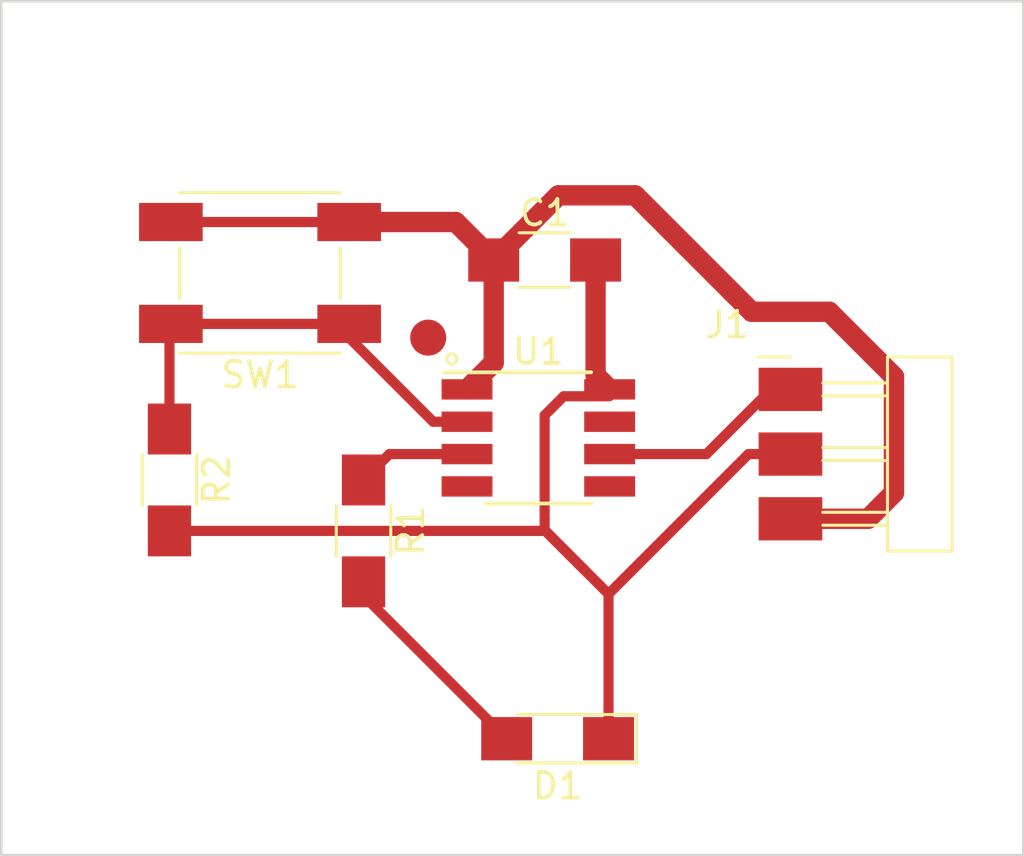
<source format=kicad_pcb>
(kicad_pcb (version 20221018) (generator pcbnew)
  (layers (0 "F.Cu" signal) (31 "B.Cu" signal) (34 "B.Paste" user) (35 "F.Paste" user) (36 "B.SilkS" user "B.Silkscreen") (37 "F.SilkS" user "F.Silkscreen") (38 "B.Mask" user) (39 "F.Mask" user) (44 "Edge.Cuts" user))
  (net 0 "")
  (net 1 "5V")
  (net 2 "GND")
  (net 3 "Net-(D1-A)")
  (net 4 "UPDI")
  (net 5 "LED")
  (net 6 "Button")
  (footprint "fab:SOIC-8_3.9x4.9mm_P1.27mm" (layer "F.Cu") (at 148.596 71.501)
    (fp_text reference "U1" (at 0 -3.4) (layer "F.SilkS"))
    (fp_text value "ATtiny412")
    (fp_line (start -3.69 -2.575) (end 2.075 -2.575) (stroke (width 0.15)) (layer "F.SilkS"))
    (fp_line (start -2.075 2.575) (end 2.075 2.575) (stroke (width 0.15)) (layer "F.SilkS"))
    (fp_circle (center -3.4 -3.1) (end -3.2 -3.1) (stroke (width 0.12)) (fill none) (layer "F.SilkS"))
    (pad "1" smd rect (at -2.8 -1.905) (size 2 0.8) (layers "F.Cu" "F.Paste" "F.Mask") (net 1 "5V"))
    (pad "2" smd rect (at -2.8 -0.635) (size 2 0.8) (layers "F.Cu" "F.Paste" "F.Mask") (net 6 "Button"))
    (pad "3" smd rect (at -2.8 0.635) (size 2 0.8) (layers "F.Cu" "F.Paste" "F.Mask") (net 5 "LED"))
    (pad "4" smd rect (at -2.8 1.905) (size 2 0.8) (layers "F.Cu" "F.Paste" "F.Mask"))
    (pad "5" smd rect (at 2.8 1.905) (size 2 0.8) (layers "F.Cu" "F.Paste" "F.Mask"))
    (pad "6" smd rect (at 2.8 0.635) (size 2 0.8) (layers "F.Cu" "F.Paste" "F.Mask") (net 4 "UPDI"))
    (pad "7" smd rect (at 2.8 -0.635) (size 2 0.8) (layers "F.Cu" "F.Paste" "F.Mask"))
    (pad "8" smd rect (at 2.8 -1.905) (size 2 0.8) (layers "F.Cu" "F.Paste" "F.Mask") (net 2 "GND"))
  )
  (footprint "fab:Button_Omron_B3SN_6.0x6.0mm" (layer "F.Cu") (at 137.668 65.024 180)
    (fp_text reference "SW1" (at 0 -4) (layer "F.SilkS"))
    (fp_text value "Button")
    (fp_line (start -3.15 -3.15) (end 3.15 -3.15) (stroke (width 0.12)) (layer "F.SilkS"))
    (fp_line (start -3.15 1) (end -3.15 -1) (stroke (width 0.12)) (layer "F.SilkS"))
    (fp_line (start 3.15 -1) (end 3.15 1) (stroke (width 0.12)) (layer "F.SilkS"))
    (fp_line (start 3.15 3.15) (end -3.15 3.15) (stroke (width 0.12)) (layer "F.SilkS"))
    (pad "1" smd rect (at -3.5 -2 180) (size 2.5 1.5) (layers "F.Cu" "F.Paste" "F.Mask") (net 6 "Button"))
    (pad "1" smd rect (at 3.5 -2 180) (size 2.5 1.5) (layers "F.Cu" "F.Paste" "F.Mask") (net 6 "Button"))
    (pad "2" smd rect (at -3.5 2 180) (size 2.5 1.5) (layers "F.Cu" "F.Paste" "F.Mask") (net 1 "5V"))
    (pad "2" smd rect (at 3.5 2 180) (size 2.5 1.5) (layers "F.Cu" "F.Paste" "F.Mask") (net 1 "5V"))
  )
  (footprint "fab:PinHeader_1x03_P2.54mm_Horizontal_SMD" (layer "F.Cu") (at 158.496 69.596)
    (fp_text reference "J1" (at -1.524 -2.54) (layer "F.SilkS") (effects (justify right)))
    (fp_text value "Pin UPDI")
    (fp_line (start -1.27 -1.27) (end 0 -1.27) (stroke (width 0.12)) (layer "F.SilkS"))
    (fp_line (start 3.81 -1.27) (end 6.35 -1.27) (stroke (width 0.12)) (layer "F.SilkS"))
    (fp_line (start 3.81 -0.254) (end 1.27 -0.254) (stroke (width 0.12)) (layer "F.SilkS"))
    (fp_line (start 3.81 0.254) (end 1.27 0.254) (stroke (width 0.12)) (layer "F.SilkS"))
    (fp_line (start 3.81 2.286) (end 1.27 2.286) (stroke (width 0.12)) (layer "F.SilkS"))
    (fp_line (start 3.81 2.794) (end 1.27 2.794) (stroke (width 0.12)) (layer "F.SilkS"))
    (fp_line (start 3.81 4.826) (end 1.27 4.826) (stroke (width 0.12)) (layer "F.SilkS"))
    (fp_line (start 3.81 5.334) (end 1.27 5.334) (stroke (width 0.12)) (layer "F.SilkS"))
    (fp_line (start 3.81 6.35) (end 3.81 -1.27) (stroke (width 0.12)) (layer "F.SilkS"))
    (fp_line (start 6.35 -1.27) (end 6.35 6.35) (stroke (width 0.12)) (layer "F.SilkS"))
    (fp_line (start 6.35 6.35) (end 3.81 6.35) (stroke (width 0.12)) (layer "F.SilkS"))
    (pad "1" smd rect (at 0 0) (size 2.5 1.7) (layers "F.Cu" "F.Paste" "F.Mask") (net 4 "UPDI"))
    (pad "2" smd rect (at 0 2.54) (size 2.5 1.7) (layers "F.Cu" "F.Paste" "F.Mask") (net 2 "GND"))
    (pad "3" smd rect (at 0 5.08) (size 2.5 1.7) (layers "F.Cu" "F.Paste" "F.Mask") (net 1 "5V"))
  )
  (footprint "fab:R_1206" (layer "F.Cu") (at 141.732 75.152 -90)
    (fp_text reference "R1" (at 0 -1.85 90) (layer "F.SilkS"))
    (fp_text value "499 Ohms")
    (fp_line (start -1 -1.07) (end 1 -1.07) (stroke (width 0.12)) (layer "F.SilkS"))
    (fp_line (start 1 1.07) (end -1 1.07) (stroke (width 0.12)) (layer "F.SilkS"))
    (pad "1" smd rect (at -2 0 270) (size 2 1.7) (layers "F.Cu" "F.Paste" "F.Mask") (net 5 "LED"))
    (pad "2" smd rect (at 2 0 270) (size 2 1.7) (layers "F.Cu" "F.Paste" "F.Mask") (net 3 "Net-(D1-A)"))
  )
  (footprint "fab:R_1206" (layer "F.Cu") (at 134.112 73.152 -90)
    (fp_text reference "R2" (at 0 -1.85 90) (layer "F.SilkS"))
    (fp_text value "10K Ohms")
    (fp_line (start -1 -1.07) (end 1 -1.07) (stroke (width 0.12)) (layer "F.SilkS"))
    (fp_line (start 1 1.07) (end -1 1.07) (stroke (width 0.12)) (layer "F.SilkS"))
    (pad "1" smd rect (at -2 0 270) (size 2 1.7) (layers "F.Cu" "F.Paste" "F.Mask") (net 6 "Button"))
    (pad "2" smd rect (at 2 0 270) (size 2 1.7) (layers "F.Cu" "F.Paste" "F.Mask") (net 2 "GND"))
  )
  (footprint "fab:C_1206" (layer "F.Cu") (at 148.844 64.516)
    (fp_text reference "C1" (at 0 -1.85) (layer "F.SilkS"))
    (fp_text value "10 uF")
    (fp_line (start -1 -1.07) (end 1 -1.07) (stroke (width 0.12)) (layer "F.SilkS"))
    (fp_line (start 1 1.07) (end -1 1.07) (stroke (width 0.12)) (layer "F.SilkS"))
    (pad "1" smd rect (at -2 0) (size 2 1.7) (layers "F.Cu" "F.Paste" "F.Mask") (net 1 "5V"))
    (pad "2" smd rect (at 2 0) (size 2 1.7) (layers "F.Cu" "F.Paste" "F.Mask") (net 2 "GND"))
  )
  (footprint "fab:LED_1206" (layer "F.Cu") (at 149.352 83.312 180)
    (fp_text reference "D1" (at 0 -1.85) (layer "F.SilkS"))
    (fp_text value "LED COLOR")
    (fp_line (start -3.1 -0.95) (end -3.1 0.95) (stroke (width 0.12)) (layer "F.SilkS"))
    (fp_line (start -3.1 -0.95) (end 1.6 -0.95) (stroke (width 0.12)) (layer "F.SilkS"))
    (fp_line (start -3.1 0.95) (end 1.6 0.95) (stroke (width 0.12)) (layer "F.SilkS"))
    (pad "1" smd rect (at -2 0 180) (size 2 1.7) (layers "F.Cu" "F.Paste" "F.Mask") (net 2 "GND"))
    (pad "2" smd rect (at 2 0 180) (size 2 1.7) (layers "F.Cu" "F.Paste" "F.Mask") (net 3 "Net-(D1-A)"))
  )
  (gr_circle (center 144.272 67.564) (end 144.78 67.564) (stroke (width 0.4)) (fill solid) (layer "F.Cu"))
  (gr_rect (start 127.508 54.356) (end 167.64 87.884) (stroke (width 0.1)) (fill none) (layer "Edge.Cuts"))
  (segment (start 158.496 74.676) (end 161.544 74.676) (width 0.8) (layer "F.Cu") (net 1))
  (segment (start 149.384 61.976) (end 146.844 64.516) (width 0.8) (layer "F.Cu") (net 1))
  (segment (start 146.844 68.548) (end 145.796 69.596) (width 0.8) (layer "F.Cu") (net 1))
  (segment (start 156.972 66.548) (end 152.4 61.976) (width 0.8) (layer "F.Cu") (net 1))
  (segment (start 141.168 63.024) (end 145.352 63.024) (width 0.8) (layer "F.Cu") (net 1))
  (segment (start 162.56 69.088) (end 160.02 66.548) (width 0.8) (layer "F.Cu") (net 1))
  (segment (start 146.844 64.516) (end 146.844 68.548) (width 0.8) (layer "F.Cu") (net 1))
  (segment (start 145.352 63.024) (end 146.844 64.516) (width 0.8) (layer "F.Cu") (net 1))
  (segment (start 161.544 74.676) (end 162.56 73.66) (width 0.8) (layer "F.Cu") (net 1))
  (segment (start 152.4 61.976) (end 149.384 61.976) (width 0.8) (layer "F.Cu") (net 1))
  (segment (start 160.02 66.548) (end 156.972 66.548) (width 0.8) (layer "F.Cu") (net 1))
  (segment (start 162.56 73.66) (end 162.56 69.088) (width 0.8) (layer "F.Cu") (net 1))
  (segment (start 134.168 63.024) (end 141.168 63.024) (width 0.4) (layer "F.Cu") (net 1))
  (segment (start 151.352 77.63) (end 150.399 76.677) (width 0.4) (layer "F.Cu") (net 2))
  (segment (start 149.59 69.866) (end 151.384 69.866) (width 0.4) (layer "F.Cu") (net 2))
  (segment (start 150.844 69.044) (end 151.396 69.596) (width 0.8) (layer "F.Cu") (net 2))
  (segment (start 148.844 70.612) (end 149.59 69.866) (width 0.4) (layer "F.Cu") (net 2))
  (segment (start 134.112 75.152) (end 148.874 75.152) (width 0.4) (layer "F.Cu") (net 2))
  (segment (start 148.874 75.152) (end 150.399 76.677) (width 0.4) (layer "F.Cu") (net 2))
  (segment (start 148.906 75.184) (end 149.129 75.407) (width 0.4) (layer "F.Cu") (net 2))
  (segment (start 149.129 75.407) (end 148.844 75.122) (width 0.4) (layer "F.Cu") (net 2))
  (segment (start 156.846 72.136) (end 151.352 77.63) (width 0.4) (layer "F.Cu") (net 2))
  (segment (start 151.352 83.312) (end 151.352 77.63) (width 0.4) (layer "F.Cu") (net 2))
  (segment (start 148.844 74.676) (end 148.844 70.612) (width 0.4) (layer "F.Cu") (net 2))
  (segment (start 150.399 76.677) (end 149.129 75.407) (width 0.4) (layer "F.Cu") (net 2))
  (segment (start 150.844 64.516) (end 150.844 69.044) (width 0.8) (layer "F.Cu") (net 2))
  (segment (start 148.844 75.122) (end 148.844 74.676) (width 0.4) (layer "F.Cu") (net 2))
  (segment (start 158.496 72.136) (end 156.846 72.136) (width 0.4) (layer "F.Cu") (net 2))
  (segment (start 141.732 77.152) (end 141.732 77.692) (width 0.4) (layer "F.Cu") (net 3))
  (segment (start 141.732 77.692) (end 147.352 83.312) (width 0.4) (layer "F.Cu") (net 3))
  (segment (start 155.196 72.136) (end 157.736 69.596) (width 0.4) (layer "F.Cu") (net 4))
  (segment (start 157.736 69.596) (end 158.496 69.596) (width 0.4) (layer "F.Cu") (net 4))
  (segment (start 151.396 72.136) (end 155.196 72.136) (width 0.4) (layer "F.Cu") (net 4))
  (segment (start 145.796 72.136) (end 142.748 72.136) (width 0.4) (layer "F.Cu") (net 5))
  (segment (start 142.748 72.136) (end 141.732 73.152) (width 0.4) (layer "F.Cu") (net 5))
  (segment (start 141.168 67.568) (end 144.466 70.866) (width 0.4) (layer "F.Cu") (net 6))
  (segment (start 134.112 67.08) (end 134.168 67.024) (width 0.4) (layer "F.Cu") (net 6))
  (segment (start 134.112 71.152) (end 134.112 67.08) (width 0.4) (layer "F.Cu") (net 6))
  (segment (start 141.168 67.024) (end 141.168 67.568) (width 0.4) (layer "F.Cu") (net 6))
  (segment (start 134.168 67.024) (end 141.168 67.024) (width 0.4) (layer "F.Cu") (net 6))
  (segment (start 144.466 70.866) (end 145.796 70.866) (width 0.4) (layer "F.Cu") (net 6))
)
</source>
